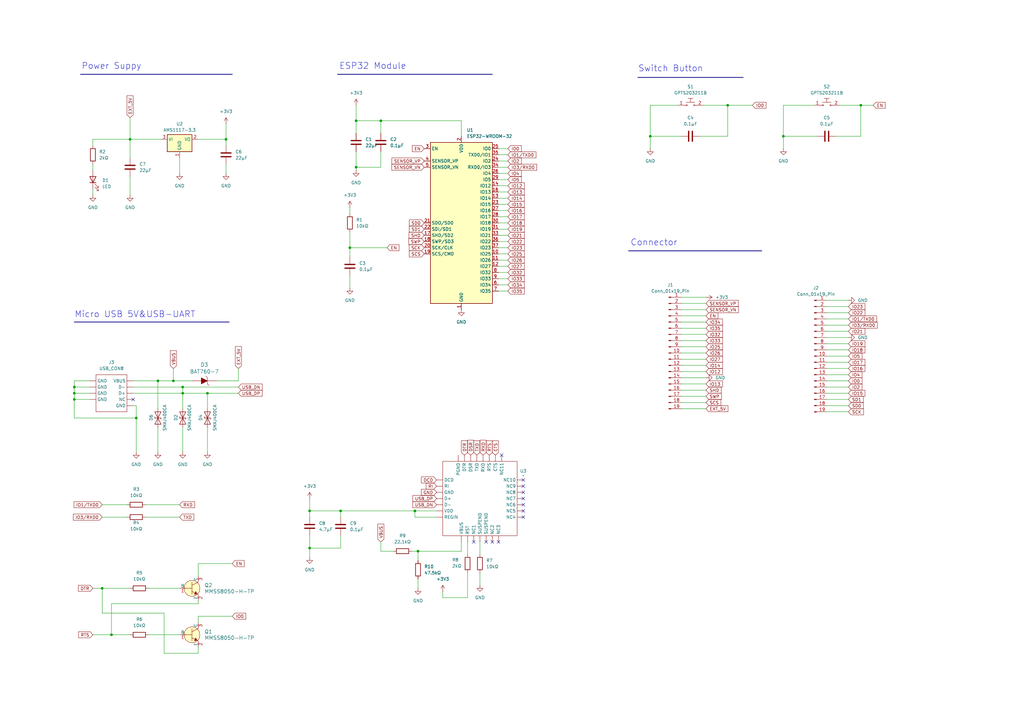
<source format=kicad_sch>
(kicad_sch (version 20231120) (generator "eeschema") (generator_version "8.0")
  (paper "A3")
  (lib_symbols
    (symbol "Connector:Conn_01x19_Pin" (pin_names (offset 1.016) hide)
      (property "Reference" "J" (at 0 25.4 0))
      (property "Value" "Conn_01x19_Pin" (at 0 -25.4 0))
      (symbol "Conn_01x19_Pin_1_1"
        (pin passive line (at 5.08 22.86 180) (length 3.81) (name "Pin_1") (number "1"))
        (pin passive line (at 5.08 0 180) (length 3.81) (name "Pin_10") (number "10"))
        (pin passive line (at 5.08 -2.54 180) (length 3.81) (name "Pin_11") (number "11"))
        (pin passive line (at 5.08 -5.08 180) (length 3.81) (name "Pin_12") (number "12"))
        (pin passive line (at 5.08 -7.62 180) (length 3.81) (name "Pin_13") (number "13"))
        (pin passive line (at 5.08 -10.16 180) (length 3.81) (name "Pin_14") (number "14"))
        (pin passive line (at 5.08 -12.7 180) (length 3.81) (name "Pin_15") (number "15"))
        (pin passive line (at 5.08 -15.24 180) (length 3.81) (name "Pin_16") (number "16"))
        (pin passive line (at 5.08 -17.78 180) (length 3.81) (name "Pin_17") (number "17"))
        (pin passive line (at 5.08 -20.32 180) (length 3.81) (name "Pin_18") (number "18"))
        (pin passive line (at 5.08 -22.86 180) (length 3.81) (name "Pin_19") (number "19"))
        (pin passive line (at 5.08 20.32 180) (length 3.81) (name "Pin_2") (number "2"))
        (pin passive line (at 5.08 17.78 180) (length 3.81) (name "Pin_3") (number "3"))
        (pin passive line (at 5.08 15.24 180) (length 3.81) (name "Pin_4") (number "4"))
        (pin passive line (at 5.08 12.7 180) (length 3.81) (name "Pin_5") (number "5"))
        (pin passive line (at 5.08 10.16 180) (length 3.81) (name "Pin_6") (number "6"))
        (pin passive line (at 5.08 7.62 180) (length 3.81) (name "Pin_7") (number "7"))
        (pin passive line (at 5.08 5.08 180) (length 3.81) (name "Pin_8") (number "8"))
        (pin passive line (at 5.08 2.54 180) (length 3.81) (name "Pin_9") (number "9"))
      )
    )
    (symbol "Device:C" (pin_numbers hide) (pin_names (offset 0.254))
      (property "Reference" "C" (at 0.635 2.54 0))
      (property "Value" "C" (at 0.635 -2.54 0))
      (symbol "C_1_1"
        (pin passive line (at 0 3.81 270) (length 2.794) (name "~") (number "1"))
        (pin passive line (at 0 -3.81 90) (length 2.794) (name "~") (number "2"))
      )
    )
    (symbol "Device:LED" (pin_numbers hide) (pin_names (offset 1.016) hide)
      (property "Reference" "D" (at 0 2.54 0))
      (property "Value" "LED" (at 0 -2.54 0))
      (symbol "LED_1_1"
        (pin passive line (at -3.81 0 0) (length 2.54) (name "K") (number "1"))
        (pin passive line (at 3.81 0 180) (length 2.54) (name "A") (number "2"))
      )
    )
    (symbol "Device:R" (pin_numbers hide) (pin_names (offset 0))
      (property "Reference" "R" (at 2.032 0 90))
      (property "Value" "R" (at 0 0 90))
      (symbol "R_1_1"
        (pin passive line (at 0 3.81 270) (length 1.27) (name "~") (number "1"))
        (pin passive line (at 0 -3.81 90) (length 1.27) (name "~") (number "2"))
      )
    )
    (symbol "Diode:SMAJ400CA" (pin_numbers hide) (pin_names (offset 1.016) hide)
      (property "Reference" "D" (at 0 2.54 0))
      (property "Value" "SMAJ400CA" (at 0 -2.54 0))
      (symbol "SMAJ400CA_1_1"
        (pin passive line (at -3.81 0 0) (length 2.54) (name "A1") (number "1"))
        (pin passive line (at 3.81 0 180) (length 2.54) (name "A2") (number "2"))
      )
    )
    (symbol "RF_Module:ESP32-WROOM-32"
      (property "Reference" "U" (at -12.7 34.29 0))
      (property "Value" "ESP32-WROOM-32" (at 1.27 34.29 0))
      (symbol "ESP32-WROOM-32_1_1"
        (pin power_in line (at 0 -35.56 90) (length 2.54) (name "GND") (number "1"))
        (pin bidirectional line (at 15.24 -12.7 180) (length 2.54) (name "IO25") (number "10"))
        (pin bidirectional line (at 15.24 -15.24 180) (length 2.54) (name "IO26") (number "11"))
        (pin bidirectional line (at 15.24 -17.78 180) (length 2.54) (name "IO27") (number "12"))
        (pin bidirectional line (at 15.24 10.16 180) (length 2.54) (name "IO14") (number "13"))
        (pin bidirectional line (at 15.24 15.24 180) (length 2.54) (name "IO12") (number "14"))
        (pin passive line (at 0 -35.56 90) (length 2.54) hide (name "GND") (number "15"))
        (pin bidirectional line (at 15.24 12.7 180) (length 2.54) (name "IO13") (number "16"))
        (pin bidirectional line (at -15.24 -5.08 0) (length 2.54) (name "SHD/SD2") (number "17"))
        (pin bidirectional line (at -15.24 -7.62 0) (length 2.54) (name "SWP/SD3") (number "18"))
        (pin bidirectional line (at -15.24 -12.7 0) (length 2.54) (name "SCS/CMD") (number "19"))
        (pin power_in line (at 0 35.56 270) (length 2.54) (name "VDD") (number "2"))
        (pin bidirectional line (at -15.24 -10.16 0) (length 2.54) (name "SCK/CLK") (number "20"))
        (pin bidirectional line (at -15.24 0 0) (length 2.54) (name "SDO/SD0") (number "21"))
        (pin bidirectional line (at -15.24 -2.54 0) (length 2.54) (name "SDI/SD1") (number "22"))
        (pin bidirectional line (at 15.24 7.62 180) (length 2.54) (name "IO15") (number "23"))
        (pin bidirectional line (at 15.24 25.4 180) (length 2.54) (name "IO2") (number "24"))
        (pin bidirectional line (at 15.24 30.48 180) (length 2.54) (name "IO0") (number "25"))
        (pin bidirectional line (at 15.24 20.32 180) (length 2.54) (name "IO4") (number "26"))
        (pin bidirectional line (at 15.24 5.08 180) (length 2.54) (name "IO16") (number "27"))
        (pin bidirectional line (at 15.24 2.54 180) (length 2.54) (name "IO17") (number "28"))
        (pin bidirectional line (at 15.24 17.78 180) (length 2.54) (name "IO5") (number "29"))
        (pin input line (at -15.24 30.48 0) (length 2.54) (name "EN") (number "3"))
        (pin bidirectional line (at 15.24 0 180) (length 2.54) (name "IO18") (number "30"))
        (pin bidirectional line (at 15.24 -2.54 180) (length 2.54) (name "IO19") (number "31"))
        (pin no_connect line (at -12.7 -27.94 0) (length 2.54) hide (name "NC") (number "32"))
        (pin bidirectional line (at 15.24 -5.08 180) (length 2.54) (name "IO21") (number "33"))
        (pin bidirectional line (at 15.24 22.86 180) (length 2.54) (name "RXD0/IO3") (number "34"))
        (pin bidirectional line (at 15.24 27.94 180) (length 2.54) (name "TXD0/IO1") (number "35"))
        (pin bidirectional line (at 15.24 -7.62 180) (length 2.54) (name "IO22") (number "36"))
        (pin bidirectional line (at 15.24 -10.16 180) (length 2.54) (name "IO23") (number "37"))
        (pin passive line (at 0 -35.56 90) (length 2.54) hide (name "GND") (number "38"))
        (pin passive line (at 0 -35.56 90) (length 2.54) hide (name "GND") (number "39"))
        (pin input line (at -15.24 25.4 0) (length 2.54) (name "SENSOR_VP") (number "4"))
        (pin input line (at -15.24 22.86 0) (length 2.54) (name "SENSOR_VN") (number "5"))
        (pin input line (at 15.24 -25.4 180) (length 2.54) (name "IO34") (number "6"))
        (pin input line (at 15.24 -27.94 180) (length 2.54) (name "IO35") (number "7"))
        (pin bidirectional line (at 15.24 -20.32 180) (length 2.54) (name "IO32") (number "8"))
        (pin bidirectional line (at 15.24 -22.86 180) (length 2.54) (name "IO33") (number "9"))
      )
    )
    (symbol "Regulator_Linear:AMS1117-3.3"
      (property "Reference" "U" (at -3.81 3.175 0))
      (property "Value" "AMS1117-3.3" (at 0 3.175 0))
      (symbol "AMS1117-3.3_1_1"
        (pin power_in line (at 0 -7.62 90) (length 2.54) (name "GND") (number "1"))
        (pin power_out line (at 7.62 0 180) (length 2.54) (name "VO") (number "2"))
        (pin power_in line (at -7.62 0 0) (length 2.54) (name "VI") (number "3"))
      )
    )
    (symbol "dk_Diodes-Zener-Single:MMSZ5231B-7-F" (pin_numbers hide) (pin_names (offset 0) hide)
      (property "Reference" "Z" (at 0 3.81 0))
      (property "Value" "MMSZ5231B-7-F" (at 0 -3.81 0))
      (symbol "MMSZ5231B-7-F_1_1"
        (pin passive line (at -5.08 0 0) (length 3.81) (name "~") (number "A"))
        (pin passive line (at 5.08 0 180) (length 3.81) (name "~") (number "K"))
      )
    )
    (symbol "dk_Pushbutton-Switches:GPTS203211B" (pin_names (offset 1.016))
      (property "Reference" "S" (at -3.81 3.81 0))
      (property "Value" "GPTS203211B" (at 0 -2.54 0))
      (symbol "GPTS203211B_1_1"
        (pin passive line (at -5.08 0 0) (length 2.54) (name "~") (number "1"))
        (pin passive line (at 5.08 0 180) (length 2.54) (name "~") (number "2"))
      )
    )
    (symbol "dk_Transistors-Bipolar-BJT-Single:MMSS8050-H-TP" (pin_names (offset 0))
      (property "Reference" "Q" (at -3.2004 4.2164 0))
      (property "Value" "MMSS8050-H-TP" (at 5.2324 0 90))
      (symbol "MMSS8050-H-TP_1_1"
        (pin input line (at -5.08 0 0) (length 2.54) (name "B") (number "1"))
        (pin passive line (at 2.54 -5.08 90) (length 2.54) (name "E") (number "2"))
        (pin passive line (at 2.54 5.08 270) (length 2.54) (name "C") (number "3"))
      )
    )
    (symbol "power:+3V3" (power) (pin_numbers hide) (pin_names (offset 0) hide)
      (property "Value" "+3V3" (at 0 3.556 0))
      (symbol "+3V3_1_1"
        (pin power_in line (at 0 0 90) (length 0) (name "~") (number "1"))
      )
    )
    (symbol "power:GND" (power) (pin_numbers hide) (pin_names (offset 0) hide)
      (property "Value" "GND" (at 0 -3.81 0))
      (symbol "GND_1_1"
        (pin power_in line (at 0 0 270) (length 0) (name "~") (number "1"))
      )
    )
    (symbol "test:CP2102N-A01-GQFN28"
      (property "Reference" "U" (at 0 30.988 0))
      (symbol "CP2102N-A01-GQFN28_1_1"
        (pin input line (at 6.35 17.78 270) (length 2.54) (name "CTS") (number ""))
        (pin input line (at -17.78 0 0) (length 2.54) (name "D+") (number ""))
        (pin input line (at -17.78 -2.54 0) (length 2.54) (name "D-") (number ""))
        (pin input line (at -17.78 7.62 0) (length 2.54) (name "DCD") (number ""))
        (pin input line (at -3.81 17.78 270) (length 2.54) (name "DSR") (number ""))
        (pin input line (at -6.35 17.78 270) (length 2.54) (name "DTR") (number ""))
        (pin input line (at -17.78 2.54 0) (length 2.54) (name "GND") (number ""))
        (pin input line (at -2.54 -17.78 90) (length 2.54) (name "NC1") (number ""))
        (pin input line (at 17.78 7.62 180) (length 2.54) (name "NC10") (number ""))
        (pin input line (at 8.89 17.78 270) (length 2.54) (name "NC11") (number ""))
        (pin input line (at 5.08 -17.78 90) (length 2.54) (name "NC2") (number ""))
        (pin input line (at 7.62 -17.78 90) (length 2.54) (name "NC3") (number ""))
        (pin input line (at 17.78 -7.62 180) (length 2.54) (name "NC4") (number ""))
        (pin input line (at 17.78 -5.08 180) (length 2.54) (name "NC5") (number ""))
        (pin input line (at 17.78 -2.54 180) (length 2.54) (name "NC6") (number ""))
        (pin input line (at 17.78 0 180) (length 2.54) (name "NC7") (number ""))
        (pin input line (at 17.78 2.54 180) (length 2.54) (name "NC8") (number ""))
        (pin input line (at 17.78 5.08 180) (length 2.54) (name "NC9") (number ""))
        (pin input line (at -8.89 17.78 270) (length 2.54) (name "PGND") (number ""))
        (pin input line (at -17.78 -7.62 0) (length 2.54) (name "REGIN") (number ""))
        (pin input line (at -17.78 5.08 0) (length 2.54) (name "RI") (number ""))
        (pin input line (at -5.08 -17.78 90) (length 2.54) (name "RST") (number ""))
        (pin input line (at 3.81 17.78 270) (length 2.54) (name "RTS") (number ""))
        (pin input line (at 1.27 17.78 270) (length 2.54) (name "RXD") (number ""))
        (pin input line (at 0 -17.78 90) (length 2.54) (name "SUSPEND") (number ""))
        (pin input line (at 2.54 -17.78 90) (length 2.54) (name "SUSPEND") (number ""))
        (pin input line (at -1.27 17.78 270) (length 2.54) (name "TXD") (number ""))
        (pin input line (at -7.62 -17.78 90) (length 2.54) (name "VBUS") (number ""))
        (pin input line (at -17.78 -5.08 0) (length 2.54) (name "VDD") (number ""))
      )
    )
    (symbol "test:USB_CON8"
      (property "Reference" "U" (at 0 4.318 0))
      (symbol "USB_CON8_1_1"
        (pin input line (at 8.89 -5.08 180) (length 2.54) (name "D+") (number ""))
        (pin input line (at 8.89 -2.54 180) (length 2.54) (name "D-") (number ""))
        (pin input line (at -8.89 -7.62 0) (length 2.54) (name "GND") (number ""))
        (pin input line (at -8.89 -5.08 0) (length 2.54) (name "GND") (number ""))
        (pin input line (at -8.89 -2.54 0) (length 2.54) (name "GND") (number ""))
        (pin input line (at -8.89 0 0) (length 2.54) (name "GND") (number ""))
        (pin input line (at 8.89 -10.16 180) (length 2.54) (name "GND") (number ""))
        (pin input line (at 8.89 -7.62 180) (length 2.54) (name "NC") (number ""))
        (pin input line (at 8.89 0 180) (length 2.54) (name "VBUS") (number ""))
      )
    )
  )
  (junction (at 85.09 161.29))
  (junction (at 156.21 49.53))
  (junction (at 171.45 226.06))
  (junction (at 266.7 55.88))
  (junction (at 127 224.79))
  (junction (at 298.45 43.18))
  (junction (at 146.05 68.58))
  (junction (at 92.71 57.15))
  (junction (at 143.51 101.6))
  (junction (at 146.05 49.53))
  (junction (at 30.48 161.29))
  (junction (at 71.12 156.21))
  (junction (at 45.72 260.35))
  (junction (at 74.93 161.29))
  (junction (at 74.93 158.75))
  (junction (at 170.18 209.55))
  (junction (at 30.48 158.75))
  (junction (at 321.31 55.88))
  (junction (at 53.34 57.15))
  (junction (at 353.06 43.18))
  (junction (at 41.91 241.3))
  (junction (at 127 209.55))
  (junction (at 55.88 171.45))
  (junction (at 64.77 156.21))
  (junction (at 30.48 163.83))
  (junction (at 139.7 209.55))
  (no_connect (at 214.63 212.09))
  (no_connect (at 214.63 196.85))
  (no_connect (at 214.63 204.47))
  (no_connect (at 204.47 222.25))
  (no_connect (at 199.39 222.25))
  (no_connect (at 214.63 207.01))
  (no_connect (at 214.63 209.55))
  (no_connect (at 201.93 222.25))
  (no_connect (at 54.61 163.83))
  (no_connect (at 205.74 186.69))
  (no_connect (at 214.63 199.39))
  (no_connect (at 214.63 201.93))
  (no_connect (at 194.31 222.25))
  (wire (pts (xy 208.28 81.28) (xy 204.47 81.28)))
  (wire (pts (xy 289.56 139.7) (xy 279.4 139.7)))
  (wire (pts (xy 127 219.71) (xy 127 224.79)))
  (wire (pts (xy 54.61 166.37) (xy 55.88 166.37)))
  (wire (pts (xy 88.9 156.21) (xy 97.79 156.21)))
  (wire (pts (xy 139.7 224.79) (xy 127 224.79)))
  (wire (pts (xy 289.56 147.32) (xy 279.4 147.32)))
  (wire (pts (xy 146.05 68.58) (xy 156.21 68.58)))
  (wire (pts (xy 92.71 67.31) (xy 92.71 71.12)))
  (wire (pts (xy 64.77 156.21) (xy 64.77 167.64)))
  (wire (pts (xy 53.34 72.39) (xy 53.34 80.01)))
  (wire (pts (xy 54.61 161.29) (xy 74.93 161.29)))
  (wire (pts (xy 321.31 60.96) (xy 321.31 55.88)))
  (wire (pts (xy 41.91 241.3) (xy 53.34 241.3)))
  (wire (pts (xy 81.28 57.15) (xy 92.71 57.15)))
  (wire (pts (xy 92.71 57.15) (xy 92.71 50.8)))
  (wire (pts (xy 289.56 149.86) (xy 279.4 149.86)))
  (wire (pts (xy 73.66 64.77) (xy 73.66 71.12)))
  (bus (pts (xy 138.43 30.48) (xy 201.93 30.48)))
  (wire (pts (xy 64.77 175.26) (xy 64.77 185.42)))
  (wire (pts (xy 347.98 156.21) (xy 339.09 156.21)))
  (wire (pts (xy 170.18 212.09) (xy 170.18 209.55)))
  (wire (pts (xy 127 224.79) (xy 127 228.6)))
  (wire (pts (xy 71.12 156.21) (xy 78.74 156.21)))
  (wire (pts (xy 266.7 43.18) (xy 266.7 55.88)))
  (wire (pts (xy 298.45 43.18) (xy 298.45 55.88)))
  (wire (pts (xy 289.56 152.4) (xy 279.4 152.4)))
  (wire (pts (xy 347.98 125.73) (xy 339.09 125.73)))
  (wire (pts (xy 81.28 255.27) (xy 81.28 252.73)))
  (wire (pts (xy 30.48 156.21) (xy 30.48 158.75)))
  (wire (pts (xy 146.05 49.53) (xy 146.05 54.61)))
  (wire (pts (xy 347.98 166.37) (xy 339.09 166.37)))
  (wire (pts (xy 85.09 175.26) (xy 85.09 185.42)))
  (wire (pts (xy 45.72 247.65) (xy 45.72 260.35)))
  (wire (pts (xy 353.06 43.18) (xy 358.14 43.18)))
  (bus (pts (xy 257.81 102.87) (xy 312.42 102.87)))
  (wire (pts (xy 67.31 267.97) (xy 81.28 267.97)))
  (wire (pts (xy 189.23 49.53) (xy 189.23 55.88)))
  (wire (pts (xy 289.56 165.1) (xy 279.4 165.1)))
  (wire (pts (xy 143.51 101.6) (xy 158.75 101.6)))
  (wire (pts (xy 55.88 166.37) (xy 55.88 171.45)))
  (wire (pts (xy 347.98 140.97) (xy 339.09 140.97)))
  (wire (pts (xy 208.28 88.9) (xy 204.47 88.9)))
  (wire (pts (xy 208.28 68.58) (xy 204.47 68.58)))
  (wire (pts (xy 53.34 57.15) (xy 53.34 64.77)))
  (wire (pts (xy 347.98 135.89) (xy 339.09 135.89)))
  (wire (pts (xy 171.45 237.49) (xy 171.45 241.3)))
  (wire (pts (xy 64.77 156.21) (xy 71.12 156.21)))
  (wire (pts (xy 41.91 251.46) (xy 67.31 251.46)))
  (wire (pts (xy 347.98 168.91) (xy 339.09 168.91)))
  (wire (pts (xy 81.28 267.97) (xy 81.28 265.43)))
  (wire (pts (xy 139.7 209.55) (xy 170.18 209.55)))
  (wire (pts (xy 347.98 138.43) (xy 339.09 138.43)))
  (wire (pts (xy 289.56 167.64) (xy 279.4 167.64)))
  (wire (pts (xy 347.98 146.05) (xy 339.09 146.05)))
  (wire (pts (xy 189.23 226.06) (xy 189.23 222.25)))
  (wire (pts (xy 127 209.55) (xy 139.7 209.55)))
  (wire (pts (xy 289.56 121.92) (xy 279.4 121.92)))
  (wire (pts (xy 353.06 55.88) (xy 342.9 55.88)))
  (wire (pts (xy 208.28 101.6) (xy 204.47 101.6)))
  (wire (pts (xy 181.61 242.57) (xy 181.61 245.11)))
  (wire (pts (xy 298.45 43.18) (xy 308.61 43.18)))
  (wire (pts (xy 208.28 86.36) (xy 204.47 86.36)))
  (wire (pts (xy 208.28 119.38) (xy 204.47 119.38)))
  (wire (pts (xy 289.56 124.46) (xy 279.4 124.46)))
  (wire (pts (xy 156.21 49.53) (xy 156.21 54.61)))
  (wire (pts (xy 139.7 209.55) (xy 139.7 212.09)))
  (wire (pts (xy 41.91 207.01) (xy 52.07 207.01)))
  (wire (pts (xy 289.56 160.02) (xy 279.4 160.02)))
  (wire (pts (xy 181.61 245.11) (xy 191.77 245.11)))
  (wire (pts (xy 208.28 63.5) (xy 204.47 63.5)))
  (wire (pts (xy 208.28 114.3) (xy 204.47 114.3)))
  (bus (pts (xy 261.62 31.75) (xy 304.8 31.75)))
  (wire (pts (xy 30.48 161.29) (xy 30.48 163.83)))
  (bus (pts (xy 33.02 30.48) (xy 95.25 30.48)))
  (wire (pts (xy 289.56 129.54) (xy 279.4 129.54)))
  (wire (pts (xy 208.28 60.96) (xy 204.47 60.96)))
  (wire (pts (xy 347.98 163.83) (xy 339.09 163.83)))
  (wire (pts (xy 53.34 48.26) (xy 53.34 57.15)))
  (wire (pts (xy 191.77 222.25) (xy 191.77 227.33)))
  (wire (pts (xy 156.21 226.06) (xy 161.29 226.06)))
  (wire (pts (xy 208.28 96.52) (xy 204.47 96.52)))
  (wire (pts (xy 347.98 128.27) (xy 339.09 128.27)))
  (wire (pts (xy 289.56 142.24) (xy 279.4 142.24)))
  (wire (pts (xy 347.98 161.29) (xy 339.09 161.29)))
  (wire (pts (xy 97.79 156.21) (xy 97.79 151.13)))
  (wire (pts (xy 41.91 212.09) (xy 52.07 212.09)))
  (wire (pts (xy 54.61 158.75) (xy 74.93 158.75)))
  (wire (pts (xy 146.05 62.23) (xy 146.05 68.58)))
  (wire (pts (xy 38.1 57.15) (xy 53.34 57.15)))
  (wire (pts (xy 196.85 234.95) (xy 196.85 240.03)))
  (wire (pts (xy 321.31 55.88) (xy 335.28 55.88)))
  (wire (pts (xy 347.98 158.75) (xy 339.09 158.75)))
  (wire (pts (xy 289.56 132.08) (xy 279.4 132.08)))
  (wire (pts (xy 74.93 158.75) (xy 74.93 161.29)))
  (wire (pts (xy 196.85 222.25) (xy 196.85 227.33)))
  (wire (pts (xy 74.93 158.75) (xy 97.79 158.75)))
  (wire (pts (xy 168.91 226.06) (xy 171.45 226.06)))
  (wire (pts (xy 38.1 241.3) (xy 41.91 241.3)))
  (wire (pts (xy 81.28 247.65) (xy 45.72 247.65)))
  (wire (pts (xy 289.56 134.62) (xy 279.4 134.62)))
  (wire (pts (xy 347.98 143.51) (xy 339.09 143.51)))
  (wire (pts (xy 38.1 67.31) (xy 38.1 69.85)))
  (wire (pts (xy 156.21 68.58) (xy 156.21 62.23)))
  (wire (pts (xy 208.28 76.2) (xy 204.47 76.2)))
  (wire (pts (xy 347.98 151.13) (xy 339.09 151.13)))
  (wire (pts (xy 95.25 231.14) (xy 81.28 231.14)))
  (wire (pts (xy 36.83 156.21) (xy 30.48 156.21)))
  (wire (pts (xy 127 209.55) (xy 127 212.09)))
  (wire (pts (xy 321.31 43.18) (xy 334.01 43.18)))
  (wire (pts (xy 171.45 226.06) (xy 171.45 229.87)))
  (wire (pts (xy 30.48 161.29) (xy 36.83 161.29)))
  (wire (pts (xy 30.48 158.75) (xy 30.48 161.29)))
  (wire (pts (xy 38.1 77.47) (xy 38.1 80.01)))
  (wire (pts (xy 146.05 68.58) (xy 146.05 69.85)))
  (wire (pts (xy 208.28 66.04) (xy 204.47 66.04)))
  (wire (pts (xy 347.98 130.81) (xy 339.09 130.81)))
  (wire (pts (xy 353.06 43.18) (xy 353.06 55.88)))
  (wire (pts (xy 298.45 55.88) (xy 287.02 55.88)))
  (wire (pts (xy 30.48 163.83) (xy 30.48 171.45)))
  (wire (pts (xy 139.7 219.71) (xy 139.7 224.79)))
  (wire (pts (xy 38.1 59.69) (xy 38.1 57.15)))
  (bus (pts (xy 30.48 132.08) (xy 93.98 132.08)))
  (wire (pts (xy 45.72 260.35) (xy 53.34 260.35)))
  (wire (pts (xy 266.7 55.88) (xy 279.4 55.88)))
  (wire (pts (xy 55.88 171.45) (xy 55.88 185.42)))
  (wire (pts (xy 208.28 73.66) (xy 204.47 73.66)))
  (wire (pts (xy 289.56 154.94) (xy 279.4 154.94)))
  (wire (pts (xy 208.28 78.74) (xy 204.47 78.74)))
  (wire (pts (xy 143.51 113.03) (xy 143.51 118.11)))
  (wire (pts (xy 38.1 260.35) (xy 45.72 260.35)))
  (wire (pts (xy 344.17 43.18) (xy 353.06 43.18)))
  (wire (pts (xy 208.28 104.14) (xy 204.47 104.14)))
  (wire (pts (xy 288.29 43.18) (xy 298.45 43.18)))
  (wire (pts (xy 347.98 133.35) (xy 339.09 133.35)))
  (wire (pts (xy 71.12 151.13) (xy 71.12 156.21)))
  (wire (pts (xy 143.51 101.6) (xy 143.51 105.41)))
  (wire (pts (xy 289.56 162.56) (xy 279.4 162.56)))
  (wire (pts (xy 30.48 171.45) (xy 55.88 171.45)))
  (wire (pts (xy 208.28 106.68) (xy 204.47 106.68)))
  (wire (pts (xy 208.28 109.22) (xy 204.47 109.22)))
  (wire (pts (xy 81.28 246.38) (xy 81.28 247.65)))
  (wire (pts (xy 59.69 212.09) (xy 73.66 212.09)))
  (wire (pts (xy 170.18 209.55) (xy 179.07 209.55)))
  (wire (pts (xy 60.96 260.35) (xy 73.66 260.35)))
  (wire (pts (xy 143.51 95.25) (xy 143.51 101.6)))
  (wire (pts (xy 146.05 49.53) (xy 156.21 49.53)))
  (wire (pts (xy 347.98 123.19) (xy 339.09 123.19)))
  (wire (pts (xy 347.98 148.59) (xy 339.09 148.59)))
  (wire (pts (xy 208.28 71.12) (xy 204.47 71.12)))
  (wire (pts (xy 208.28 91.44) (xy 204.47 91.44)))
  (wire (pts (xy 92.71 57.15) (xy 92.71 59.69)))
  (wire (pts (xy 208.28 93.98) (xy 204.47 93.98)))
  (wire (pts (xy 208.28 83.82) (xy 204.47 83.82)))
  (wire (pts (xy 266.7 55.88) (xy 266.7 60.96)))
  (wire (pts (xy 289.56 127) (xy 279.4 127)))
  (wire (pts (xy 74.93 161.29) (xy 74.93 167.64)))
  (wire (pts (xy 278.13 43.18) (xy 266.7 43.18)))
  (wire (pts (xy 208.28 111.76) (xy 204.47 111.76)))
  (wire (pts (xy 156.21 222.25) (xy 156.21 226.06)))
  (wire (pts (xy 54.61 156.21) (xy 64.77 156.21)))
  (wire (pts (xy 321.31 55.88) (xy 321.31 43.18)))
  (wire (pts (xy 208.28 116.84) (xy 204.47 116.84)))
  (wire (pts (xy 179.07 212.09) (xy 170.18 212.09)))
  (wire (pts (xy 30.48 163.83) (xy 36.83 163.83)))
  (wire (pts (xy 156.21 49.53) (xy 189.23 49.53)))
  (wire (pts (xy 85.09 161.29) (xy 97.79 161.29)))
  (wire (pts (xy 53.34 57.15) (xy 66.04 57.15)))
  (wire (pts (xy 67.31 251.46) (xy 67.31 267.97)))
  (wire (pts (xy 347.98 153.67) (xy 339.09 153.67)))
  (wire (pts (xy 191.77 234.95) (xy 191.77 245.11)))
  (wire (pts (xy 85.09 161.29) (xy 85.09 167.64)))
  (wire (pts (xy 41.91 241.3) (xy 41.91 251.46)))
  (wire (pts (xy 208.28 99.06) (xy 204.47 99.06)))
  (wire (pts (xy 143.51 85.09) (xy 143.51 87.63)))
  (wire (pts (xy 60.96 241.3) (xy 73.66 241.3)))
  (wire (pts (xy 81.28 252.73) (xy 95.25 252.73)))
  (wire (pts (xy 146.05 43.18) (xy 146.05 49.53)))
  (wire (pts (xy 30.48 158.75) (xy 36.83 158.75)))
  (wire (pts (xy 289.56 144.78) (xy 279.4 144.78)))
  (wire (pts (xy 81.28 231.14) (xy 81.28 236.22)))
  (wire (pts (xy 289.56 137.16) (xy 279.4 137.16)))
  (wire (pts (xy 171.45 226.06) (xy 189.23 226.06)))
  (wire (pts (xy 74.93 161.29) (xy 85.09 161.29)))
  (wire (pts (xy 74.93 175.26) (xy 74.93 185.42)))
  (wire (pts (xy 59.69 207.01) (xy 73.66 207.01)))
  (wire (pts (xy 127 204.47) (xy 127 209.55)))
  (wire (pts (xy 289.56 157.48) (xy 279.4 157.48)))
  (text "Connector" (at 268.224 99.568 0) (effects (font (size 2.54 2.54))))
  (text "Power Suppy" (at 45.72 27.178 0) (effects (font (size 2.54 2.54))))
  (text "ESP32 Module" (at 152.908 27.178 0) (effects (font (size 2.54 2.54))))
  (text "Micro USB 5V&USB-UART" (at 55.372 129.032 0) (effects (font (size 2.54 2.54))))
  (text "Switch Button" (at 275.082 28.194 0) (effects (font (size 2.54 2.54))))
  (global_label "EXT_5V" (shape input) (at 289.56 167.64 0) (property "Intersheetrefs" "${INTERSHEET_REFS}" (effects (hide yes))))
  (global_label "DCD" (shape input) (at 179.07 196.85 180) (property "Intersheetrefs" "${INTERSHEET_REFS}" (effects (hide yes))))
  (global_label "IO0" (shape input) (at 347.98 156.21 0) (property "Intersheetrefs" "${INTERSHEET_REFS}" (effects (hide yes))))
  (global_label "IO0" (shape input) (at 208.28 60.96 0) (property "Intersheetrefs" "${INTERSHEET_REFS}" (effects (hide yes))))
  (global_label "RI" (shape input) (at 179.07 199.39 180) (property "Intersheetrefs" "${INTERSHEET_REFS}" (effects (hide yes))))
  (global_label "IO3{slash}RXD0" (shape input) (at 347.98 133.35 0) (property "Intersheetrefs" "${INTERSHEET_REFS}" (effects (hide yes))))
  (global_label "IO5" (shape input) (at 208.28 73.66 0) (property "Intersheetrefs" "${INTERSHEET_REFS}" (effects (hide yes))))
  (global_label "SD0" (shape input) (at 173.99 91.44 180) (property "Intersheetrefs" "${INTERSHEET_REFS}" (effects (hide yes))))
  (global_label "GND" (shape input) (at 179.07 201.93 180) (property "Intersheetrefs" "${INTERSHEET_REFS}" (effects (hide yes))))
  (global_label "IO2" (shape input) (at 208.28 66.04 0) (property "Intersheetrefs" "${INTERSHEET_REFS}" (effects (hide yes))))
  (global_label "IO23" (shape input) (at 208.28 101.6 0) (property "Intersheetrefs" "${INTERSHEET_REFS}" (effects (hide yes))))
  (global_label "IO23" (shape input) (at 347.98 125.73 0) (property "Intersheetrefs" "${INTERSHEET_REFS}" (effects (hide yes))))
  (global_label "VBUS" (shape input) (at 71.12 151.13 90) (property "Intersheetrefs" "${INTERSHEET_REFS}" (effects (hide yes))))
  (global_label "IO2" (shape input) (at 347.98 158.75 0) (property "Intersheetrefs" "${INTERSHEET_REFS}" (effects (hide yes))))
  (global_label "IO16" (shape input) (at 347.98 151.13 0) (property "Intersheetrefs" "${INTERSHEET_REFS}" (effects (hide yes))))
  (global_label "IO27" (shape input) (at 289.56 147.32 0) (property "Intersheetrefs" "${INTERSHEET_REFS}" (effects (hide yes))))
  (global_label "IO33" (shape input) (at 208.28 114.3 0) (property "Intersheetrefs" "${INTERSHEET_REFS}" (effects (hide yes))))
  (global_label "IO34" (shape input) (at 289.56 132.08 0) (property "Intersheetrefs" "${INTERSHEET_REFS}" (effects (hide yes))))
  (global_label "SCS" (shape input) (at 289.56 165.1 0) (property "Intersheetrefs" "${INTERSHEET_REFS}" (effects (hide yes))))
  (global_label "DTR" (shape input) (at 38.1 241.3 180) (property "Intersheetrefs" "${INTERSHEET_REFS}" (effects (hide yes))))
  (global_label "SHD" (shape input) (at 289.56 160.02 0) (property "Intersheetrefs" "${INTERSHEET_REFS}" (effects (hide yes))))
  (global_label "DTR" (shape input) (at 190.5 186.69 90) (property "Intersheetrefs" "${INTERSHEET_REFS}" (effects (hide yes))))
  (global_label "IO26" (shape input) (at 208.28 106.68 0) (property "Intersheetrefs" "${INTERSHEET_REFS}" (effects (hide yes))))
  (global_label "RTS" (shape input) (at 200.66 186.69 90) (property "Intersheetrefs" "${INTERSHEET_REFS}" (effects (hide yes))))
  (global_label "RXD" (shape input) (at 73.66 207.01 0) (property "Intersheetrefs" "${INTERSHEET_REFS}" (effects (hide yes))))
  (global_label "IO19" (shape input) (at 347.98 140.97 0) (property "Intersheetrefs" "${INTERSHEET_REFS}" (effects (hide yes))))
  (global_label "IO14" (shape input) (at 208.28 81.28 0) (property "Intersheetrefs" "${INTERSHEET_REFS}" (effects (hide yes))))
  (global_label "IO25" (shape input) (at 289.56 142.24 0) (property "Intersheetrefs" "${INTERSHEET_REFS}" (effects (hide yes))))
  (global_label "SHD" (shape input) (at 173.99 96.52 180) (property "Intersheetrefs" "${INTERSHEET_REFS}" (effects (hide yes))))
  (global_label "IO25" (shape input) (at 208.28 104.14 0) (property "Intersheetrefs" "${INTERSHEET_REFS}" (effects (hide yes))))
  (global_label "IO35" (shape input) (at 289.56 134.62 0) (property "Intersheetrefs" "${INTERSHEET_REFS}" (effects (hide yes))))
  (global_label "IO4" (shape input) (at 208.28 71.12 0) (property "Intersheetrefs" "${INTERSHEET_REFS}" (effects (hide yes))))
  (global_label "SENSOR_VN" (shape input) (at 289.56 127 0) (property "Intersheetrefs" "${INTERSHEET_REFS}" (effects (hide yes))))
  (global_label "RXD" (shape input) (at 198.12 186.69 90) (property "Intersheetrefs" "${INTERSHEET_REFS}" (effects (hide yes))))
  (global_label "RTS" (shape input) (at 38.1 260.35 180) (property "Intersheetrefs" "${INTERSHEET_REFS}" (effects (hide yes))))
  (global_label "IO26" (shape input) (at 289.56 144.78 0) (property "Intersheetrefs" "${INTERSHEET_REFS}" (effects (hide yes))))
  (global_label "IO34" (shape input) (at 208.28 116.84 0) (property "Intersheetrefs" "${INTERSHEET_REFS}" (effects (hide yes))))
  (global_label "IO32" (shape input) (at 208.28 111.76 0) (property "Intersheetrefs" "${INTERSHEET_REFS}" (effects (hide yes))))
  (global_label "IO3{slash}RXD0" (shape input) (at 41.91 212.09 180) (property "Intersheetrefs" "${INTERSHEET_REFS}" (effects (hide yes))))
  (global_label "IO27" (shape input) (at 208.28 109.22 0) (property "Intersheetrefs" "${INTERSHEET_REFS}" (effects (hide yes))))
  (global_label "IO35" (shape input) (at 208.28 119.38 0) (property "Intersheetrefs" "${INTERSHEET_REFS}" (effects (hide yes))))
  (global_label "EN" (shape input) (at 289.56 129.54 0) (property "Intersheetrefs" "${INTERSHEET_REFS}" (effects (hide yes))))
  (global_label "USB_DN" (shape input) (at 97.79 158.75 0) (property "Intersheetrefs" "${INTERSHEET_REFS}" (effects (hide yes))))
  (global_label "SCK" (shape input) (at 347.98 168.91 0) (property "Intersheetrefs" "${INTERSHEET_REFS}" (effects (hide yes))))
  (global_label "IO12" (shape input) (at 289.56 152.4 0) (property "Intersheetrefs" "${INTERSHEET_REFS}" (effects (hide yes))))
  (global_label "EXT_5V" (shape input) (at 97.79 151.13 90) (property "Intersheetrefs" "${INTERSHEET_REFS}" (effects (hide yes))))
  (global_label "IO22" (shape input) (at 347.98 128.27 0) (property "Intersheetrefs" "${INTERSHEET_REFS}" (effects (hide yes))))
  (global_label "IO16" (shape input) (at 208.28 86.36 0) (property "Intersheetrefs" "${INTERSHEET_REFS}" (effects (hide yes))))
  (global_label "IO1{slash}TXD0" (shape input) (at 347.98 130.81 0) (property "Intersheetrefs" "${INTERSHEET_REFS}" (effects (hide yes))))
  (global_label "USB_DP" (shape input) (at 97.79 161.29 0) (property "Intersheetrefs" "${INTERSHEET_REFS}" (effects (hide yes))))
  (global_label "EN" (shape input) (at 173.99 60.96 180) (property "Intersheetrefs" "${INTERSHEET_REFS}" (effects (hide yes))))
  (global_label "IO4" (shape input) (at 347.98 153.67 0) (property "Intersheetrefs" "${INTERSHEET_REFS}" (effects (hide yes))))
  (global_label "IO1{slash}TXD0" (shape input) (at 41.91 207.01 180) (property "Intersheetrefs" "${INTERSHEET_REFS}" (effects (hide yes))))
  (global_label "IO18" (shape input) (at 208.28 91.44 0) (property "Intersheetrefs" "${INTERSHEET_REFS}" (effects (hide yes))))
  (global_label "IO17" (shape input) (at 208.28 88.9 0) (property "Intersheetrefs" "${INTERSHEET_REFS}" (effects (hide yes))))
  (global_label "IO0" (shape input) (at 308.61 43.18 0) (property "Intersheetrefs" "${INTERSHEET_REFS}" (effects (hide yes))))
  (global_label "SD0" (shape input) (at 347.98 166.37 0) (property "Intersheetrefs" "${INTERSHEET_REFS}" (effects (hide yes))))
  (global_label "IO13" (shape input) (at 208.28 78.74 0) (property "Intersheetrefs" "${INTERSHEET_REFS}" (effects (hide yes))))
  (global_label "IO1{slash}TXD0" (shape input) (at 208.28 63.5 0) (property "Intersheetrefs" "${INTERSHEET_REFS}" (effects (hide yes))))
  (global_label "IO22" (shape input) (at 208.28 99.06 0) (property "Intersheetrefs" "${INTERSHEET_REFS}" (effects (hide yes))))
  (global_label "IO32" (shape input) (at 289.56 137.16 0) (property "Intersheetrefs" "${INTERSHEET_REFS}" (effects (hide yes))))
  (global_label "USB_DP" (shape input) (at 179.07 204.47 180) (property "Intersheetrefs" "${INTERSHEET_REFS}" (effects (hide yes))))
  (global_label "IO14" (shape input) (at 289.56 149.86 0) (property "Intersheetrefs" "${INTERSHEET_REFS}" (effects (hide yes))))
  (global_label "SWP" (shape input) (at 289.56 162.56 0) (property "Intersheetrefs" "${INTERSHEET_REFS}" (effects (hide yes))))
  (global_label "IO5" (shape input) (at 347.98 146.05 0) (property "Intersheetrefs" "${INTERSHEET_REFS}" (effects (hide yes))))
  (global_label "IO17" (shape input) (at 347.98 148.59 0) (property "Intersheetrefs" "${INTERSHEET_REFS}" (effects (hide yes))))
  (global_label "EN" (shape input) (at 95.25 231.14 0) (property "Intersheetrefs" "${INTERSHEET_REFS}" (effects (hide yes))))
  (global_label "IO15" (shape input) (at 347.98 161.29 0) (property "Intersheetrefs" "${INTERSHEET_REFS}" (effects (hide yes))))
  (global_label "SENSOR_VP" (shape input) (at 289.56 124.46 0) (property "Intersheetrefs" "${INTERSHEET_REFS}" (effects (hide yes))))
  (global_label "IO3{slash}RXD0" (shape input) (at 208.28 68.58 0) (property "Intersheetrefs" "${INTERSHEET_REFS}" (effects (hide yes))))
  (global_label "SD1" (shape input) (at 347.98 163.83 0) (property "Intersheetrefs" "${INTERSHEET_REFS}" (effects (hide yes))))
  (global_label "SCS" (shape input) (at 173.99 104.14 180) (property "Intersheetrefs" "${INTERSHEET_REFS}" (effects (hide yes))))
  (global_label "SD1" (shape input) (at 173.99 93.98 180) (property "Intersheetrefs" "${INTERSHEET_REFS}" (effects (hide yes))))
  (global_label "VBUS" (shape input) (at 156.21 222.25 90) (property "Intersheetrefs" "${INTERSHEET_REFS}" (effects (hide yes))))
  (global_label "IO0" (shape input) (at 95.25 252.73 0) (property "Intersheetrefs" "${INTERSHEET_REFS}" (effects (hide yes))))
  (global_label "SENSOR_VN" (shape input) (at 173.99 68.58 180) (property "Intersheetrefs" "${INTERSHEET_REFS}" (effects (hide yes))))
  (global_label "IO21" (shape input) (at 208.28 96.52 0) (property "Intersheetrefs" "${INTERSHEET_REFS}" (effects (hide yes))))
  (global_label "EN" (shape input) (at 158.75 101.6 0) (property "Intersheetrefs" "${INTERSHEET_REFS}" (effects (hide yes))))
  (global_label "IO18" (shape input) (at 347.98 143.51 0) (property "Intersheetrefs" "${INTERSHEET_REFS}" (effects (hide yes))))
  (global_label "TXD" (shape input) (at 195.58 186.69 90) (property "Intersheetrefs" "${INTERSHEET_REFS}" (effects (hide yes))))
  (global_label "CTS" (shape input) (at 203.2 186.69 90) (property "Intersheetrefs" "${INTERSHEET_REFS}" (effects (hide yes))))
  (global_label "IO13" (shape input) (at 289.56 157.48 0) (property "Intersheetrefs" "${INTERSHEET_REFS}" (effects (hide yes))))
  (global_label "USB_DN" (shape input) (at 179.07 207.01 180) (property "Intersheetrefs" "${INTERSHEET_REFS}" (effects (hide yes))))
  (global_label "EXT_5V" (shape input) (at 53.34 48.26 90) (property "Intersheetrefs" "${INTERSHEET_REFS}" (effects (hide yes))))
  (global_label "EN" (shape input) (at 358.14 43.18 0) (property "Intersheetrefs" "${INTERSHEET_REFS}" (effects (hide yes))))
  (global_label "IO21" (shape input) (at 347.98 135.89 0) (property "Intersheetrefs" "${INTERSHEET_REFS}" (effects (hide yes))))
  (global_label "SENSOR_VP" (shape input) (at 173.99 66.04 180) (property "Intersheetrefs" "${INTERSHEET_REFS}" (effects (hide yes))))
  (global_label "IO33" (shape input) (at 289.56 139.7 0) (property "Intersheetrefs" "${INTERSHEET_REFS}" (effects (hide yes))))
  (global_label "TXD" (shape input) (at 73.66 212.09 0) (property "Intersheetrefs" "${INTERSHEET_REFS}" (effects (hide yes))))
  (global_label "IO12" (shape input) (at 208.28 76.2 0) (property "Intersheetrefs" "${INTERSHEET_REFS}" (effects (hide yes))))
  (global_label "DSR" (shape input) (at 193.04 186.69 90) (property "Intersheetrefs" "${INTERSHEET_REFS}" (effects (hide yes))))
  (global_label "SWP" (shape input) (at 173.99 99.06 180) (property "Intersheetrefs" "${INTERSHEET_REFS}" (effects (hide yes))))
  (global_label "IO15" (shape input) (at 208.28 83.82 0) (property "Intersheetrefs" "${INTERSHEET_REFS}" (effects (hide yes))))
  (global_label "SCK" (shape input) (at 173.99 101.6 180) (property "Intersheetrefs" "${INTERSHEET_REFS}" (effects (hide yes))))
  (global_label "IO19" (shape input) (at 208.28 93.98 0) (property "Intersheetrefs" "${INTERSHEET_REFS}" (effects (hide yes))))
  (symbol (lib_id "dk_Transistors-Bipolar-BJT-Single:MMSS8050-H-TP") (at 78.74 260.35 0) (unit 1)
    (property "Reference" "Q1" (at 83.82 259.0799 0) (effects (font (size 1.524 1.524)) (justify left)))
    (property "Value" "MMSS8050-H-TP" (at 83.82 261.6199 0) (effects (font (size 1.524 1.524)) (justify left)))
    (property "Footprint" "digikey-footprints:SOT-23-3" (effects (hide yes)))
    (property "Datasheet" "https://www.mccsemi.com/pdf/Products/MMSS8050(SOT-23).pdf" (effects (hide yes)))
    (property "Description" "TRANS NPN 25V 1.5A SOT23" (effects (hide yes)))
    (property "Digi-Key_PN" "MMSS8050-H-TPMSCT-ND" (effects (hide yes)))
    (property "MPN" "MMSS8050-H-TP" (effects (hide yes)))
    (property "Category" "Discrete Semiconductor Products" (effects (hide yes)))
    (property "Family" "Transistors - Bipolar (BJT) - Single" (effects (hide yes)))
    (property "DK_Datasheet_Link" "https://www.mccsemi.com/pdf/Products/MMSS8050(SOT-23).pdf" (effects (hide yes)))
    (property "DK_Detail_Page" "/product-detail/en/micro-commercial-co/MMSS8050-H-TP/MMSS8050-H-TPMSCT-ND/2825945" (effects (hide yes)))
    (property "Description_1" "TRANS NPN 25V 1.5A SOT23" (effects (hide yes)))
    (property "Manufacturer" "Micro Commercial Co" (effects (hide yes)))
    (property "Status" "Active" (effects (hide yes)))
  )
  (symbol (lib_id "Device:C") (at 92.71 63.5 0) (unit 1)
    (property "Reference" "C6" (at 96.52 62.2299 0) (effects (justify left)))
    (property "Value" "22μF" (at 96.52 64.7699 0) (effects (justify left)))
    (property "Description" "Unpolarized capacitor" (effects (hide yes)))
  )
  (symbol (lib_id "Regulator_Linear:AMS1117-3.3") (at 73.66 57.15 0) (unit 1)
    (property "Reference" "U2" (at 73.66 50.8 0))
    (property "Value" "AMS1117-3.3" (at 73.66 53.34 0))
    (property "Footprint" "Package_TO_SOT_SMD:SOT-223-3_TabPin2" (effects (hide yes)))
    (property "Datasheet" "http://www.advanced-monolithic.com/pdf/ds1117.pdf" (effects (hide yes)))
    (property "Description" "1A Low Dropout regulator, positive, 3.3V fixed output, SOT-223" (effects (hide yes)))
  )
  (symbol (lib_id "Device:R") (at 165.1 226.06 90) (unit 1)
    (property "Reference" "R9" (at 165.1 219.71 90))
    (property "Value" "22.1kΩ" (at 165.1 222.25 90))
    (property "Description" "Resistor" (effects (hide yes)))
  )
  (symbol (lib_id "power:GND") (at 196.85 240.03 0) (unit 1)
    (property "Reference" "#PWR023" (effects (hide yes)))
    (property "Value" "GND" (at 196.85 245.11 0))
    (property "Description" "Power symbol creates a global label with name \"GND\" , ground" (effects (hide yes)))
  )
  (symbol (lib_id "Device:R") (at 191.77 231.14 0) (unit 1)
    (property "Reference" "R8" (at 185.42 229.616 0) (effects (justify left)))
    (property "Value" "2kΩ" (at 185.42 232.156 0) (effects (justify left)))
    (property "Description" "Resistor" (effects (hide yes)))
  )
  (symbol (lib_id "Device:R") (at 171.45 233.68 0) (unit 1)
    (property "Reference" "R10" (at 173.99 232.4099 0) (effects (justify left)))
    (property "Value" "47.5kΩ" (at 173.99 234.9499 0) (effects (justify left)))
    (property "Description" "Resistor" (effects (hide yes)))
  )
  (symbol (lib_id "power:+3V3") (at 143.51 85.09 0) (unit 1)
    (property "Reference" "#PWR03" (effects (hide yes)))
    (property "Value" "+3V3" (at 143.51 80.01 0))
    (property "Description" "Power symbol creates a global label with name \"+3V3\"" (effects (hide yes)))
  )
  (symbol (lib_id "Device:R") (at 57.15 241.3 90) (unit 1)
    (property "Reference" "R5" (at 57.15 234.95 90))
    (property "Value" "10kΩ" (at 57.15 237.49 90))
    (property "Description" "Resistor" (effects (hide yes)))
  )
  (symbol (lib_id "power:GND") (at 38.1 80.01 0) (unit 1)
    (property "Reference" "#PWR016" (effects (hide yes)))
    (property "Value" "GND" (at 38.1 85.09 0))
    (property "Description" "Power symbol creates a global label with name \"GND\" , ground" (effects (hide yes)))
  )
  (symbol (lib_id "Device:R") (at 143.51 91.44 0) (unit 1)
    (property "Reference" "R1" (at 146.05 90.1699 0) (effects (justify left)))
    (property "Value" "10kΩ" (at 146.05 92.7099 0) (effects (justify left)))
    (property "Description" "Resistor" (effects (hide yes)))
  )
  (symbol (lib_id "power:GND") (at 73.66 71.12 0) (unit 1)
    (property "Reference" "#PWR012" (effects (hide yes)))
    (property "Value" "GND" (at 73.66 76.2 0))
    (property "Description" "Power symbol creates a global label with name \"GND\" , ground" (effects (hide yes)))
  )
  (symbol (lib_id "power:GND") (at 74.93 185.42 0) (unit 1)
    (property "Reference" "#PWR019" (effects (hide yes)))
    (property "Value" "GND" (at 74.93 190.5 0))
    (property "Description" "Power symbol creates a global label with name \"GND\" , ground" (effects (hide yes)))
  )
  (symbol (lib_id "dk_Pushbutton-Switches:GPTS203211B") (at 283.21 43.18 0) (unit 1)
    (property "Reference" "S1" (at 283.21 35.56 0))
    (property "Value" "GPTS203211B" (at 283.21 38.1 0))
    (property "Footprint" "digikey-footprints:PushButton_12x12mm_THT_GPTS203211B" (effects (hide yes)))
    (property "Datasheet" "http://switches-connectors-custom.cwind.com/Asset/GPTS203211BR2.pdf" (effects (hide yes)))
    (property "Description" "SWITCH PUSHBUTTON SPST 1A 30V" (effects (hide yes)))
    (property "Digi-Key_PN" "CW181-ND" (effects (hide yes)))
    (property "MPN" "GPTS203211B" (effects (hide yes)))
    (property "Category" "Switches" (effects (hide yes)))
    (property "Family" "Pushbutton Switches" (effects (hide yes)))
    (property "DK_Datasheet_Link" "http://switches-connectors-custom.cwind.com/Asset/GPTS203211BR2.pdf" (effects (hide yes)))
    (property "DK_Detail_Page" "/product-detail/en/cw-industries/GPTS203211B/CW181-ND/3190590" (effects (hide yes)))
    (property "Description_1" "SWITCH PUSHBUTTON SPST 1A 30V" (effects (hide yes)))
    (property "Manufacturer" "CW Industries" (effects (hide yes)))
    (property "Status" "Active" (effects (hide yes)))
  )
  (symbol (lib_id "power:+3V3") (at 289.56 121.92 270) (unit 1)
    (property "Reference" "#PWR08" (effects (hide yes)))
    (property "Value" "+3V3" (at 293.37 121.9199 90) (effects (justify left)))
    (property "Description" "Power symbol creates a global label with name \"+3V3\"" (effects (hide yes)))
  )
  (symbol (lib_id "Connector:Conn_01x19_Pin") (at 334.01 146.05 0) (unit 1)
    (property "Reference" "J2" (at 334.645 118.11 0))
    (property "Value" "Conn_01x19_Pin" (at 334.645 120.65 0))
    (property "Footprint" "Connector_PinHeader_2.54mm:PinHeader_1x19_P2.54mm_Vertical" (effects (hide yes)))
    (property "Description" "Generic connector, single row, 01x19, script generated" (effects (hide yes)))
  )
  (symbol (lib_id "power:GND") (at 55.88 185.42 0) (unit 1)
    (property "Reference" "#PWR017" (effects (hide yes)))
    (property "Value" "GND" (at 55.88 190.5 0))
    (property "Description" "Power symbol creates a global label with name \"GND\" , ground" (effects (hide yes)))
  )
  (symbol (lib_id "power:GND") (at 321.31 60.96 0) (unit 1)
    (property "Reference" "#PWR06" (effects (hide yes)))
    (property "Value" "GND" (at 321.31 66.04 0))
    (property "Description" "Power symbol creates a global label with name \"GND\" , ground" (effects (hide yes)))
  )
  (symbol (lib_id "dk_Diodes-Zener-Single:MMSZ5231B-7-F") (at 83.82 156.21 0) (unit 1)
    (property "Reference" "D3" (at 83.82 149.606 0) (effects (font (size 1.524 1.524))))
    (property "Value" "BAT760-7" (at 83.82 152.4 0) (effects (font (size 1.524 1.524))))
    (property "Footprint" "digikey-footprints:SOD-123" (effects (hide yes)))
    (property "Datasheet" "https://www.diodes.com/assets/Datasheets/ds18010.pdf" (effects (hide yes)))
    (property "Description" "DIODE ZENER 5.1V 500MW SOD123" (effects (hide yes)))
    (property "Digi-Key_PN" "MMSZ5231B-FDICT-ND" (effects (hide yes)))
    (property "MPN" "MMSZ5231B-7-F" (effects (hide yes)))
    (property "Category" "Discrete Semiconductor Products" (effects (hide yes)))
    (property "Family" "Diodes - Zener - Single" (effects (hide yes)))
    (property "DK_Datasheet_Link" "https://www.diodes.com/assets/Datasheets/ds18010.pdf" (effects (hide yes)))
    (property "DK_Detail_Page" "/product-detail/en/diodes-incorporated/MMSZ5231B-7-F/MMSZ5231B-FDICT-ND/755506" (effects (hide yes)))
    (property "Description_1" "DIODE ZENER 5.1V 500MW SOD123" (effects (hide yes)))
    (property "Manufacturer" "Diodes Incorporated" (effects (hide yes)))
    (property "Status" "Active" (effects (hide yes)))
  )
  (symbol (lib_id "Device:C") (at 127 215.9 0) (unit 1)
    (property "Reference" "C8" (at 130.81 214.6299 0) (effects (justify left)))
    (property "Value" "4.7μF" (at 130.81 217.1699 0) (effects (justify left)))
    (property "Description" "Unpolarized capacitor" (effects (hide yes)))
  )
  (symbol (lib_id "Diode:SMAJ400CA") (at 85.09 171.45 90) (unit 1)
    (property "Reference" "D4" (at 82.296 169.926 0) (effects (justify right)))
    (property "Value" "SMAJ400CA" (at 88.138 165.862 0) (effects (justify right)))
    (property "Footprint" "Diode_SMD:D_SMA" (effects (hide yes)))
    (property "Datasheet" "https://www.littelfuse.com/media?resourcetype=datasheets&itemid=75e32973-b177-4ee3-a0ff-cedaf1abdb93&filename=smaj-datasheet" (effects (hide yes)))
    (property "Description" "600W bidirectional Transient Voltage Suppressor, 400.0Vr, SMA(DO-214AC)" (effects (hide yes)))
  )
  (symbol (lib_id "power:GND") (at 146.05 69.85 0) (unit 1)
    (property "Reference" "#PWR02" (effects (hide yes)))
    (property "Value" "GND" (at 146.05 74.93 0))
    (property "Description" "Power symbol creates a global label with name \"GND\" , ground" (effects (hide yes)))
  )
  (symbol (lib_id "Device:LED") (at 38.1 73.66 90) (unit 1)
    (property "Reference" "D1" (at 41.91 73.9774 90) (effects (justify right)))
    (property "Value" "LED" (at 41.91 76.5174 90) (effects (justify right)))
    (property "Description" "Light emitting diode" (effects (hide yes)))
  )
  (symbol (lib_id "RF_Module:ESP32-WROOM-32") (at 189.23 91.44 0) (unit 1)
    (property "Reference" "U1" (at 191.4241 53.34 0) (effects (justify left)))
    (property "Value" "ESP32-WROOM-32" (at 191.4241 55.88 0) (effects (justify left)))
    (property "Footprint" "RF_Module:ESP32-WROOM-32" (effects (hide yes)))
    (property "Datasheet" "https://www.espressif.com/sites/default/files/documentation/esp32-wroom-32_datasheet_en.pdf" (effects (hide yes)))
    (property "Description" "RF Module, ESP32-D0WDQ6 SoC, Wi-Fi 802.11b/g/n, Bluetooth, BLE, 32-bit, 2.7-3.6V, onboard antenna, SMD" (effects (hide yes)))
  )
  (symbol (lib_id "Device:C") (at 139.7 215.9 0) (unit 1)
    (property "Reference" "C9" (at 143.51 214.6299 0) (effects (justify left)))
    (property "Value" "0.1μF" (at 143.51 217.1699 0) (effects (justify left)))
    (property "Description" "Unpolarized capacitor" (effects (hide yes)))
  )
  (symbol (lib_id "dk_Transistors-Bipolar-BJT-Single:MMSS8050-H-TP") (at 78.74 241.3 0) (unit 1)
    (property "Reference" "Q2" (at 83.82 240.0299 0) (effects (font (size 1.524 1.524)) (justify left)))
    (property "Value" "MMSS8050-H-TP" (at 83.82 242.5699 0) (effects (font (size 1.524 1.524)) (justify left)))
    (property "Footprint" "digikey-footprints:SOT-23-3" (effects (hide yes)))
    (property "Datasheet" "https://www.mccsemi.com/pdf/Products/MMSS8050(SOT-23).pdf" (effects (hide yes)))
    (property "Description" "TRANS NPN 25V 1.5A SOT23" (effects (hide yes)))
    (property "Digi-Key_PN" "MMSS8050-H-TPMSCT-ND" (effects (hide yes)))
    (property "MPN" "MMSS8050-H-TP" (effects (hide yes)))
    (property "Category" "Discrete Semiconductor Products" (effects (hide yes)))
    (property "Family" "Transistors - Bipolar (BJT) - Single" (effects (hide yes)))
    (property "DK_Datasheet_Link" "https://www.mccsemi.com/pdf/Products/MMSS8050(SOT-23).pdf" (effects (hide yes)))
    (property "DK_Detail_Page" "/product-detail/en/micro-commercial-co/MMSS8050-H-TP/MMSS8050-H-TPMSCT-ND/2825945" (effects (hide yes)))
    (property "Description_1" "TRANS NPN 25V 1.5A SOT23" (effects (hide yes)))
    (property "Manufacturer" "Micro Commercial Co" (effects (hide yes)))
    (property "Status" "Active" (effects (hide yes)))
  )
  (symbol (lib_id "Device:R") (at 55.88 207.01 90) (unit 1)
    (property "Reference" "R3" (at 55.88 200.66 90))
    (property "Value" "10kΩ" (at 55.88 203.2 90))
    (property "Description" "Resistor" (effects (hide yes)))
  )
  (symbol (lib_id "power:+3V3") (at 127 204.47 0) (unit 1)
    (property "Reference" "#PWR021" (effects (hide yes)))
    (property "Value" "+3V3" (at 127 199.39 0))
    (property "Description" "Power symbol creates a global label with name \"+3V3\"" (effects (hide yes)))
  )
  (symbol (lib_id "power:GND") (at 347.98 138.43 90) (unit 1)
    (property "Reference" "#PWR011" (effects (hide yes)))
    (property "Value" "GND" (at 351.79 138.4299 90) (effects (justify right)))
    (property "Description" "Power symbol creates a global label with name \"GND\" , ground" (effects (hide yes)))
  )
  (symbol (lib_id "power:GND") (at 347.98 123.19 90) (unit 1)
    (property "Reference" "#PWR010" (effects (hide yes)))
    (property "Value" "GND" (at 351.79 123.1899 90) (effects (justify right)))
    (property "Description" "Power symbol creates a global label with name \"GND\" , ground" (effects (hide yes)))
  )
  (symbol (lib_id "Device:C") (at 143.51 109.22 0) (unit 1)
    (property "Reference" "C3" (at 147.32 107.9499 0) (effects (justify left)))
    (property "Value" "0.1μF" (at 147.32 110.4899 0) (effects (justify left)))
    (property "Description" "Unpolarized capacitor" (effects (hide yes)))
  )
  (symbol (lib_id "Device:C") (at 53.34 68.58 0) (unit 1)
    (property "Reference" "C7" (at 57.15 67.3099 0) (effects (justify left)))
    (property "Value" "22μF" (at 57.15 69.8499 0) (effects (justify left)))
    (property "Description" "Unpolarized capacitor" (effects (hide yes)))
  )
  (symbol (lib_id "Device:C") (at 156.21 58.42 0) (unit 1)
    (property "Reference" "C2" (at 160.02 57.1499 0) (effects (justify left)))
    (property "Value" "0.1μF" (at 160.02 59.6899 0) (effects (justify left)))
    (property "Description" "Unpolarized capacitor" (effects (hide yes)))
  )
  (symbol (lib_id "power:GND") (at 64.77 185.42 0) (unit 1)
    (property "Reference" "#PWR018" (effects (hide yes)))
    (property "Value" "GND" (at 64.77 190.5 0))
    (property "Description" "Power symbol creates a global label with name \"GND\" , ground" (effects (hide yes)))
  )
  (symbol (lib_id "Device:R") (at 38.1 63.5 0) (unit 1)
    (property "Reference" "R2" (at 40.64 62.2299 0) (effects (justify left)))
    (property "Value" "2kΩ" (at 40.64 64.7699 0) (effects (justify left)))
    (property "Description" "Resistor" (effects (hide yes)))
  )
  (symbol (lib_id "power:GND") (at 189.23 127 0) (unit 1)
    (property "Reference" "#PWR07" (effects (hide yes)))
    (property "Value" "GND" (at 189.23 132.08 0))
    (property "Description" "Power symbol creates a global label with name \"GND\" , ground" (effects (hide yes)))
  )
  (symbol (lib_id "power:+3V3") (at 181.61 242.57 0) (unit 1)
    (property "Reference" "#PWR024" (effects (hide yes)))
    (property "Value" "+3V3" (at 181.61 237.49 0))
    (property "Description" "Power symbol creates a global label with name \"+3V3\"" (effects (hide yes)))
  )
  (symbol (lib_id "power:GND") (at 171.45 241.3 0) (unit 1)
    (property "Reference" "#PWR025" (effects (hide yes)))
    (property "Value" "GND" (at 171.45 246.38 0))
    (property "Description" "Power symbol creates a global label with name \"GND\" , ground" (effects (hide yes)))
  )
  (symbol (lib_id "Connector:Conn_01x19_Pin") (at 274.32 144.78 0) (unit 1)
    (property "Reference" "J1" (at 274.955 116.84 0))
    (property "Value" "Conn_01x19_Pin" (at 274.955 119.38 0))
    (property "Footprint" "Connector_PinHeader_2.54mm:PinHeader_1x19_P2.54mm_Vertical" (effects (hide yes)))
    (property "Description" "Generic connector, single row, 01x19, script generated" (effects (hide yes)))
  )
  (symbol (lib_id "Device:R") (at 55.88 212.09 90) (unit 1)
    (property "Reference" "R4" (at 55.88 214.376 90))
    (property "Value" "10kΩ" (at 55.88 216.916 90))
    (property "Description" "Resistor" (effects (hide yes)))
  )
  (symbol (lib_id "power:+3V3") (at 92.71 50.8 0) (unit 1)
    (property "Reference" "#PWR013" (effects (hide yes)))
    (property "Value" "+3V3" (at 92.71 45.72 0))
    (property "Description" "Power symbol creates a global label with name \"+3V3\"" (effects (hide yes)))
  )
  (symbol (lib_id "Device:R") (at 196.85 231.14 0) (unit 1)
    (property "Reference" "R7" (at 199.39 229.8699 0) (effects (justify left)))
    (property "Value" "10kΩ" (at 199.39 232.4099 0) (effects (justify left)))
    (property "Description" "Resistor" (effects (hide yes)))
  )
  (symbol (lib_id "power:GND") (at 143.51 118.11 0) (unit 1)
    (property "Reference" "#PWR04" (effects (hide yes)))
    (property "Value" "GND" (at 143.51 123.19 0))
    (property "Description" "Power symbol creates a global label with name \"GND\" , ground" (effects (hide yes)))
  )
  (symbol (lib_id "Device:R") (at 57.15 260.35 90) (unit 1)
    (property "Reference" "R6" (at 57.15 254 90))
    (property "Value" "10kΩ" (at 57.15 256.54 90))
    (property "Description" "Resistor" (effects (hide yes)))
  )
  (symbol (lib_id "Diode:SMAJ400CA") (at 74.93 171.45 90) (unit 1)
    (property "Reference" "D2" (at 72.136 169.926 0) (effects (justify right)))
    (property "Value" "SMAJ400CA" (at 77.724 165.862 0) (effects (justify right)))
    (property "Footprint" "Diode_SMD:D_SMA" (effects (hide yes)))
    (property "Datasheet" "https://www.littelfuse.com/media?resourcetype=datasheets&itemid=75e32973-b177-4ee3-a0ff-cedaf1abdb93&filename=smaj-datasheet" (effects (hide yes)))
    (property "Description" "600W bidirectional Transient Voltage Suppressor, 400.0Vr, SMA(DO-214AC)" (effects (hide yes)))
  )
  (symbol (lib_id "Device:C") (at 283.21 55.88 90) (unit 1)
    (property "Reference" "C4" (at 283.21 48.26 90))
    (property "Value" "0.1μF" (at 283.21 50.8 90))
    (property "Description" "Unpolarized capacitor" (effects (hide yes)))
  )
  (symbol (lib_id "power:+3V3") (at 146.05 43.18 0) (unit 1)
    (property "Reference" "#PWR01" (effects (hide yes)))
    (property "Value" "+3V3" (at 146.05 38.1 0))
    (property "Description" "Power symbol creates a global label with name \"+3V3\"" (effects (hide yes)))
  )
  (symbol (lib_id "power:GND") (at 127 228.6 0) (unit 1)
    (property "Reference" "#PWR022" (effects (hide yes)))
    (property "Value" "GND" (at 127 233.68 0))
    (property "Description" "Power symbol creates a global label with name \"GND\" , ground" (effects (hide yes)))
  )
  (symbol (lib_id "power:GND") (at 85.09 185.42 0) (unit 1)
    (property "Reference" "#PWR020" (effects (hide yes)))
    (property "Value" "GND" (at 85.09 190.5 0))
    (property "Description" "Power symbol creates a global label with name \"GND\" , ground" (effects (hide yes)))
  )
  (symbol (lib_id "test:CP2102N-A01-GQFN28") (at 196.85 204.47 0) (unit 1)
    (property "Reference" "U3" (at 214.63 193.1668 0))
    (property "Value" "~" (at 214.63 195.0719 0))
  )
  (symbol (lib_id "power:GND") (at 266.7 60.96 0) (unit 1)
    (property "Reference" "#PWR05" (effects (hide yes)))
    (property "Value" "GND" (at 266.7 66.04 0))
    (property "Description" "Power symbol creates a global label with name \"GND\" , ground" (effects (hide yes)))
  )
  (symbol (lib_id "test:USB_CON8") (at 45.72 156.21 0) (unit 1)
    (property "Reference" "J3" (at 45.72 148.59 0))
    (property "Value" "USB_CON8" (at 45.72 151.13 0))
  )
  (symbol (lib_id "power:GND") (at 53.34 80.01 0) (unit 1)
    (property "Reference" "#PWR015" (effects (hide yes)))
    (property "Value" "GND" (at 53.34 85.09 0))
    (property "Description" "Power symbol creates a global label with name \"GND\" , ground" (effects (hide yes)))
  )
  (symbol (lib_id "dk_Pushbutton-Switches:GPTS203211B") (at 339.09 43.18 0) (unit 1)
    (property "Reference" "S2" (at 339.09 35.56 0))
    (property "Value" "GPTS203211B" (at 339.09 38.1 0))
    (property "Footprint" "digikey-footprints:PushButton_12x12mm_THT_GPTS203211B" (effects (hide yes)))
    (property "Datasheet" "http://switches-connectors-custom.cwind.com/Asset/GPTS203211BR2.pdf" (effects (hide yes)))
    (property "Description" "SWITCH PUSHBUTTON SPST 1A 30V" (effects (hide yes)))
    (property "Digi-Key_PN" "CW181-ND" (effects (hide yes)))
    (property "MPN" "GPTS203211B" (effects (hide yes)))
    (property "Category" "Switches" (effects (hide yes)))
    (property "Family" "Pushbutton Switches" (effects (hide yes)))
    (property "DK_Datasheet_Link" "http://switches-connectors-custom.cwind.com/Asset/GPTS203211BR2.pdf" (effects (hide yes)))
    (property "DK_Detail_Page" "/product-detail/en/cw-industries/GPTS203211B/CW181-ND/3190590" (effects (hide yes)))
    (property "Description_1" "SWITCH PUSHBUTTON SPST 1A 30V" (effects (hide yes)))
    (property "Manufacturer" "CW Industries" (effects (hide yes)))
    (property "Status" "Active" (effects (hide yes)))
  )
  (symbol (lib_id "power:GND") (at 92.71 71.12 0) (unit 1)
    (property "Reference" "#PWR014" (effects (hide yes)))
    (property "Value" "GND" (at 92.71 76.2 0))
    (property "Description" "Power symbol creates a global label with name \"GND\" , ground" (effects (hide yes)))
  )
  (symbol (lib_id "power:GND") (at 289.56 154.94 90) (unit 1)
    (property "Reference" "#PWR09" (effects (hide yes)))
    (property "Value" "GND" (at 293.37 154.9399 90) (effects (justify right)))
    (property "Description" "Power symbol creates a global label with name \"GND\" , ground" (effects (hide yes)))
  )
  (symbol (lib_id "Device:C") (at 146.05 58.42 0) (unit 1)
    (property "Reference" "C1" (at 149.86 57.1499 0) (effects (justify left)))
    (property "Value" "22μF" (at 149.86 59.6899 0) (effects (justify left)))
    (property "Description" "Unpolarized capacitor" (effects (hide yes)))
  )
  (symbol (lib_id "Device:C") (at 339.09 55.88 90) (unit 1)
    (property "Reference" "C5" (at 339.09 48.26 90))
    (property "Value" "0.1μF" (at 339.09 50.8 90))
    (property "Description" "Unpolarized capacitor" (effects (hide yes)))
  )
  (symbol (lib_id "Diode:SMAJ400CA") (at 64.77 171.45 90) (unit 1)
    (property "Reference" "D6" (at 61.976 169.926 0) (effects (justify right)))
    (property "Value" "SMAJ400CA" (at 67.564 165.862 0) (effects (justify right)))
    (property "Footprint" "Diode_SMD:D_SMA" (effects (hide yes)))
    (property "Datasheet" "https://www.littelfuse.com/media?resourcetype=datasheets&itemid=75e32973-b177-4ee3-a0ff-cedaf1abdb93&filename=smaj-datasheet" (effects (hide yes)))
    (property "Description" "600W bidirectional Transient Voltage Suppressor, 400.0Vr, SMA(DO-214AC)" (effects (hide yes)))
  )
)
</source>
